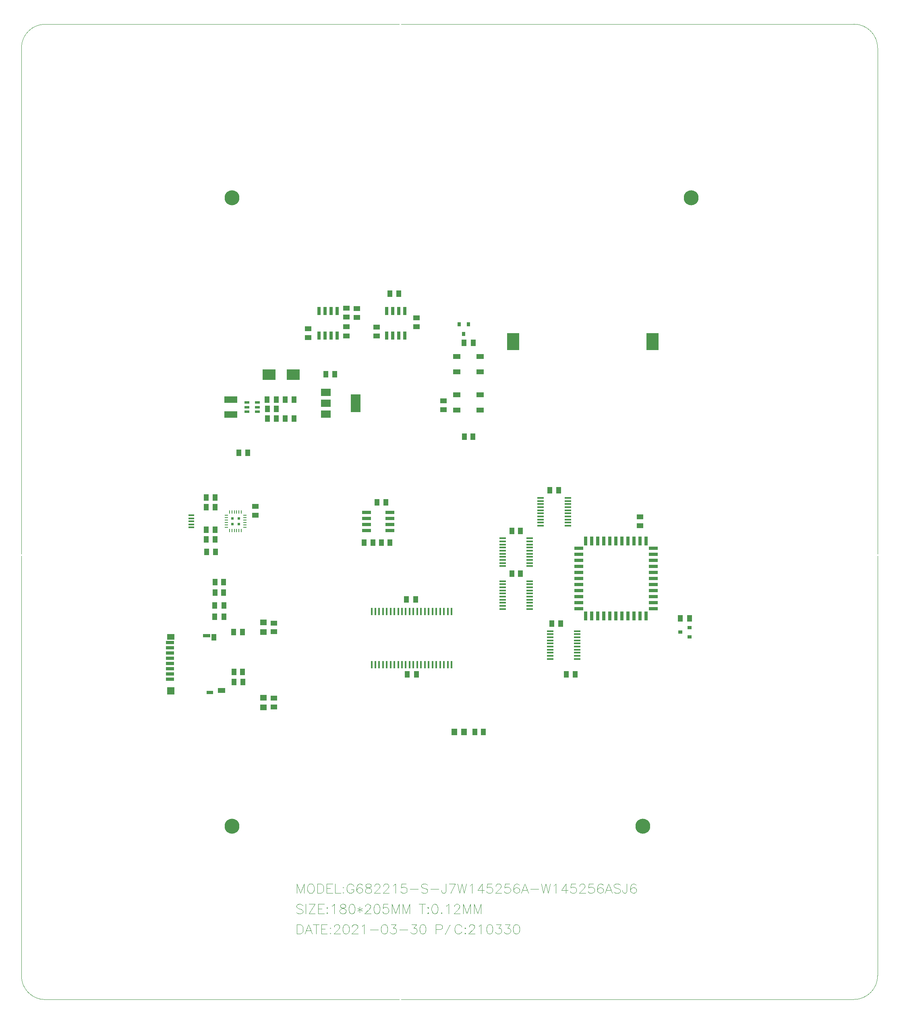
<source format=gbr>
G04 CAM350 V9.0.1 (Build 158) Date:  Tue Mar 30 10:51:43 2021 *
G04 Database: F:\Îâ¿Æ\JDB\´ýÈ·ÈÏ\ÓàÑîÀæ\G682215-S-J7W145256A-W145256ASJ6\G682215-S-J7W145256A-W145256ASJ6\G682215-S-J7W145256A-W145256ASJ6.cam *
G04 Layer 7: g682215-s-j7w14 *
%FSTAX23Y23*%
%MOIN*%
%SFA1.000B1.000*%

%MIA0B0*%
%IPPOS*%
%ADD227R,0.10236X0.14173*%
%ADD228R,0.05905X0.03937*%
%ADD230R,0.10630X0.08661*%
%ADD233R,0.03543X0.03150*%
%ADD235R,0.06102X0.03937*%
%ADD236R,0.05905X0.05905*%
%ADD238R,0.05512X0.03150*%
%ADD239R,0.03937X0.05709*%
%ADD240R,0.05905X0.03150*%
%ADD241R,0.05905X0.05118*%
%ADD242R,0.07874X0.14961*%
%ADD243R,0.07874X0.05905*%
%ADD244R,0.03150X0.03543*%
%ADD247C,0.12394*%
%ADD248R,0.05500X0.03900*%
%ADD249R,0.03900X0.05500*%
%ADD250R,0.02559X0.06900*%
%ADD252R,0.05800X0.03900*%
%ADD253R,0.03900X0.05800*%
%ADD254R,0.04000X0.05500*%
%ADD255R,0.05500X0.04000*%
%ADD256R,0.10600X0.05200*%
%ADD258R,0.04173X0.02008*%
%ADD260R,0.05118X0.01260*%
%ADD262R,0.02394X0.02394*%
%ADD265O,0.03300X0.00906*%
%ADD266O,0.00906X0.03300*%
%ADD271R,0.05800X0.01339*%
%ADD273R,0.07579X0.02559*%
%ADD274R,0.02559X0.07579*%
%ADD277R,0.01693X0.06000*%
%ADD279R,0.04500X0.05500*%
%ADD280R,0.05500X0.04500*%
%ADD281R,0.06890X0.02559*%
%ADD283R,0.04100X0.05500*%
%ADD285C,0.00000*%
%LNg682215-s-j7w14*%
%LPD*%
G54D227*
X04041Y03378D03*
X02888D03*
G54D228*
X02423Y02937D03*
Y02811D03*
X02616Y02937D03*
Y02811D03*
G54D230*
X01069Y03102D03*
X00868D03*
G54D233*
X04272Y00972D03*
X0435Y0101D03*
Y00935D03*
G54D235*
X00474Y00489D03*
G54D238*
X00379Y00473D03*
G54D239*
X00412Y00931D03*
G54D240*
X00353Y00944D03*
G54D241*
X00054Y00934D03*
G54D242*
X01585Y02866D03*
G54D243*
X01337D03*
Y02776D03*
Y02957D03*
G54D244*
X02518Y0352D03*
X02443D03*
X0248Y03441D03*
G54D228*
X02614Y03126D03*
Y03252D03*
X02421Y03126D03*
Y03252D03*
G54D236*
X00054Y00487D03*
G54D247*
X03962Y-00632D03*
X00562D03*
X04362Y04568D03*
X00562D03*
G54D249*
X02571Y00146D03*
X02642D03*
G54D248*
X0091Y00426D03*
G54D249*
X00651Y00559D03*
X00577D03*
X03329Y00622D03*
X03403D03*
X02087D03*
X0065Y00642D03*
X00578D03*
G54D248*
X0091Y00976D03*
G54D249*
X0065Y00973D03*
X04347Y01087D03*
X04273D03*
X03281Y01044D03*
X03207D03*
X00494Y01099D03*
Y01193D03*
X0042D03*
X00493Y013D03*
X0295Y01457D03*
X02877D03*
X00425Y01638D03*
X00352D03*
X01798Y01713D03*
X0187D03*
X0173D03*
X01656D03*
X00349Y01741D03*
G54D248*
X03937Y01853D03*
G54D249*
X0295Y01811D03*
X02877D03*
X00423Y01819D03*
X00349D03*
G54D248*
X03937Y01927D03*
X00756Y0194D03*
G54D249*
X01836Y02048D03*
X01763D03*
G54D248*
X00756Y02013D03*
G54D249*
X00423Y02087D03*
Y02008D03*
X00349Y02087D03*
Y02008D03*
X03265Y02146D03*
X03192D03*
X00691Y02457D03*
X00617D03*
X02556Y02591D03*
X01076Y02741D03*
X01003D03*
X00928D03*
X00855D03*
X00928Y02819D03*
X00855D03*
X01075Y02898D03*
X01001D03*
X00927D03*
X00853D03*
X01413Y03107D03*
X01339D03*
G54D248*
X01193Y0341D03*
X02087Y03499D03*
X0176Y03496D03*
Y03422D03*
X01508Y03499D03*
Y03425D03*
X01193Y03483D03*
X02087Y03573D03*
X01595Y03577D03*
X01508Y03579D03*
X01595Y03651D03*
X01508Y03653D03*
G54D249*
X01943Y03772D03*
X01869D03*
G54D250*
X01992Y03427D03*
X01842D03*
X01892D03*
X01942D03*
X01433D03*
X01383D03*
X01333D03*
X01283D03*
X01992Y03629D03*
X01942D03*
X01892D03*
X01842D03*
X01433D03*
X01283D03*
X01333D03*
X01383D03*
G54D253*
X02081Y01245D03*
X02006D03*
G54D252*
X02311Y02813D03*
Y02888D03*
G54D253*
X02483Y03367D03*
X02557D03*
G54D255*
X0091Y00354D03*
G54D254*
X02013Y00622D03*
X00576Y00973D03*
X0042Y01099D03*
X00421Y013D03*
Y01386D03*
X00423Y01741D03*
X02484Y02591D03*
G54D256*
X00551Y02773D03*
Y02896D03*
G54D258*
X00772Y02797D03*
X00685D03*
X00772Y02872D03*
Y02835D03*
X00685Y02872D03*
Y02835D03*
G54D260*
X00224Y01839D03*
Y01941D03*
Y01915D03*
Y0189D03*
Y01864D03*
G54D262*
X00566Y01914D03*
X00618Y01913D03*
X00566Y01866D03*
X00618D03*
G54D265*
X00667Y01841D03*
G54D266*
X0064Y01814D03*
X0062D03*
X006D03*
X00581D03*
X00561D03*
X00541D03*
G54D265*
X00515Y01841D03*
X00667Y01939D03*
Y01919D03*
Y019D03*
Y0188D03*
Y0186D03*
G54D266*
X00561Y01966D03*
X00581D03*
X006D03*
X0062D03*
X0064D03*
X00541D03*
G54D265*
X00515Y0186D03*
Y0188D03*
Y019D03*
Y01919D03*
Y01939D03*
G54D271*
X0342Y00777D03*
Y00751D03*
X03194D03*
Y00777D03*
X0342Y00879D03*
Y00853D03*
Y00828D03*
Y00802D03*
X03194D03*
Y00828D03*
Y00853D03*
Y00879D03*
X0342Y00981D03*
Y00956D03*
Y0093D03*
Y00905D03*
X03194D03*
Y0093D03*
Y00956D03*
Y00981D03*
X03026Y01241D03*
Y01216D03*
Y0119D03*
Y01164D03*
X02801D03*
Y0119D03*
Y01216D03*
Y01241D03*
X03026Y01344D03*
Y01318D03*
Y01292D03*
Y01267D03*
X02801D03*
Y01292D03*
Y01318D03*
Y01344D03*
X03026Y01395D03*
Y01369D03*
X02801D03*
Y01395D03*
X03026Y0157D03*
Y01544D03*
Y01519D03*
X02801D03*
Y01544D03*
Y0157D03*
X03026Y01698D03*
Y01672D03*
Y01647D03*
Y01621D03*
Y01596D03*
X02801D03*
Y01621D03*
Y01647D03*
Y01672D03*
Y01698D03*
X03026Y01749D03*
Y01724D03*
X02801D03*
Y01749D03*
X03341Y0193D03*
Y01905D03*
Y01879D03*
Y01853D03*
X03116D03*
Y01879D03*
Y01905D03*
Y0193D03*
X03341Y02033D03*
Y02007D03*
Y01981D03*
Y01956D03*
X03116D03*
Y01981D03*
Y02007D03*
Y02033D03*
X03341Y02084D03*
Y02058D03*
X03116D03*
Y02084D03*
G54D274*
X0399Y01108D03*
X0384D03*
X0389D03*
X0394D03*
X0369D03*
X0374D03*
X0379D03*
X0354D03*
X0359D03*
X0364D03*
X0349D03*
G54D273*
X0405Y01267D03*
Y01217D03*
Y01167D03*
X03431Y01267D03*
Y01217D03*
Y01167D03*
X0405Y01417D03*
Y01367D03*
Y01317D03*
X03431Y01417D03*
Y01367D03*
Y01317D03*
X0405Y01467D03*
Y01517D03*
Y01567D03*
X03431D03*
Y01517D03*
Y01467D03*
X0405Y01617D03*
Y01667D03*
G54D274*
X0399Y01727D03*
X0394D03*
X0389D03*
X0384D03*
X0379D03*
X0374D03*
X0369D03*
X0364D03*
X0359D03*
X0354D03*
X0349D03*
G54D273*
X03431Y01667D03*
Y01617D03*
X01869Y01865D03*
Y01815D03*
X01675Y01865D03*
Y01815D03*
X01869Y01965D03*
Y01915D03*
X01675D03*
Y01965D03*
G54D277*
X02378Y00705D03*
X02347D03*
X02284D03*
X02252D03*
X02221D03*
X02315D03*
X02189D03*
X02158D03*
X02126D03*
X02095D03*
X02063D03*
X02032D03*
X02D03*
X01969D03*
X01937D03*
X01906D03*
X01874D03*
X01843D03*
X01811D03*
X0178D03*
X01748D03*
X01717D03*
X02347Y01145D03*
X02378D03*
X02221D03*
X02252D03*
X02284D03*
X02315D03*
X02095D03*
X02126D03*
X02158D03*
X02189D03*
X01969D03*
X02D03*
X02032D03*
X02063D03*
X01843D03*
X01874D03*
X01906D03*
X01937D03*
X01717D03*
X01748D03*
X0178D03*
X01811D03*
G54D279*
X02482Y00146D03*
X02401D03*
G54D280*
X00823Y0035D03*
Y0043D03*
Y00972D03*
Y01053D03*
G54D255*
X0091Y01047D03*
G54D281*
X00049Y00584D03*
Y00714D03*
Y0067D03*
Y00627D03*
Y00887D03*
Y00843D03*
Y008D03*
Y00757D03*
G54D283*
X00493Y01386D03*
G54D285*
X-01181Y-01871D02*
G75*
G03X-00984Y-02067I00197D01*
X05708D02*
G03X05905Y-01871J00197D01*
Y05807D02*
G03X05708Y06003I-00197D01*
X-00984D02*
G03X-01181Y05807J-00197D01*
X05905Y-01871D02*
G01Y01602D01*
Y01621D02*
G01Y05807D01*
X05708Y06003D02*
G01X01963D01*
X01944D02*
G01X-00984D01*
X-01181Y05807D02*
G01Y01621D01*
Y01602D02*
G01Y-01871D01*
X-00984Y-02067D02*
G01X01944D01*
X01963D02*
G01X05708D01*
G01X01099Y-0111D02*
Y-01188D01*
Y-0111D02*
X01128Y-01188D01*
X01158Y-0111D02*
X01128Y-01188D01*
X01158Y-0111D02*
Y-01188D01*
X01206Y-0111D02*
X01198Y-01114D01*
X01191Y-01121D01*
X01187Y-01129D01*
X01184Y-0114D01*
Y-01158D01*
X01187Y-01169D01*
X01191Y-01177D01*
X01198Y-01184D01*
X01206Y-01188D01*
X01221D01*
X01228Y-01184D01*
X01235Y-01177D01*
X01239Y-01169D01*
X01243Y-01158D01*
Y-0114D01*
X01239Y-01129D01*
X01235Y-01121D01*
X01228Y-01114D01*
X01221Y-0111D01*
X01206D01*
X01269D02*
Y-01188D01*
Y-0111D02*
X01294D01*
X01305Y-01114D01*
X01313Y-01121D01*
X01317Y-01129D01*
X0132Y-0114D01*
Y-01158D01*
X01317Y-01169D01*
X01313Y-01177D01*
X01305Y-01184D01*
X01294Y-01188D01*
X01269D01*
X01346Y-0111D02*
Y-01188D01*
Y-0111D02*
X01394D01*
X01346Y-01147D02*
X01376D01*
X01346Y-01188D02*
X01394D01*
X01416Y-0111D02*
Y-01188D01*
Y-01188D02*
X01461D01*
X01483Y-01136D02*
X01479Y-0114D01*
X01483Y-01143D01*
X01486Y-0114D01*
X01483Y-01136D01*
Y-0118D02*
X01479Y-01184D01*
X01483Y-01188D01*
X01486Y-01184D01*
X01483Y-0118D01*
X01568Y-01129D02*
X01564Y-01121D01*
X01556Y-01114D01*
X01549Y-0111D01*
X01534D01*
X01527Y-01114D01*
X0152Y-01121D01*
X01516Y-01129D01*
X01512Y-0114D01*
Y-01158D01*
X01516Y-01169D01*
X0152Y-01177D01*
X01527Y-01184D01*
X01534Y-01188D01*
X01549D01*
X01556Y-01184D01*
X01564Y-01177D01*
X01568Y-01169D01*
Y-01158D01*
X01549D02*
X01568D01*
X01638Y-01121D02*
X01634Y-01114D01*
X01623Y-0111D01*
X01616D01*
X01604Y-01114D01*
X01597Y-01125D01*
X01593Y-01143D01*
Y-01162D01*
X01597Y-01177D01*
X01604Y-01184D01*
X01616Y-01188D01*
X01619D01*
X0163Y-01184D01*
X01638Y-01177D01*
X01641Y-01166D01*
Y-01162D01*
X01638Y-01151D01*
X0163Y-01143D01*
X01619Y-0114D01*
X01616D01*
X01604Y-01143D01*
X01597Y-01151D01*
X01593Y-01162D01*
X01682Y-0111D02*
X01671Y-01114D01*
X01667Y-01121D01*
Y-01129D01*
X01671Y-01136D01*
X01678Y-0114D01*
X01693Y-01143D01*
X01704Y-01147D01*
X01711Y-01154D01*
X01715Y-01162D01*
Y-01173D01*
X01711Y-0118D01*
X01708Y-01184D01*
X01697Y-01188D01*
X01682D01*
X01671Y-01184D01*
X01667Y-0118D01*
X01664Y-01173D01*
Y-01162D01*
X01667Y-01154D01*
X01675Y-01147D01*
X01686Y-01143D01*
X017Y-0114D01*
X01708Y-01136D01*
X01711Y-01129D01*
Y-01121D01*
X01708Y-01114D01*
X01697Y-0111D01*
X01682D01*
X01741Y-01129D02*
Y-01125D01*
X01745Y-01118D01*
X01748Y-01114D01*
X01756Y-0111D01*
X01771D01*
X01778Y-01114D01*
X01782Y-01118D01*
X01785Y-01125D01*
Y-01132D01*
X01782Y-0114D01*
X01774Y-01151D01*
X01737Y-01188D01*
X01789D01*
X01815Y-01129D02*
Y-01125D01*
X01819Y-01118D01*
X01822Y-01114D01*
X0183Y-0111D01*
X01844D01*
X01852Y-01114D01*
X01855Y-01118D01*
X01859Y-01125D01*
Y-01132D01*
X01855Y-0114D01*
X01848Y-01151D01*
X01811Y-01188D01*
X01863D01*
X01896Y-01125D02*
X01903Y-01121D01*
X01914Y-0111D01*
Y-01188D01*
X02003Y-0111D02*
X01966D01*
X01962Y-01143D01*
X01966Y-0114D01*
X01977Y-01136D01*
X01988D01*
X01999Y-0114D01*
X02007Y-01147D01*
X0201Y-01158D01*
Y-01166D01*
X02007Y-01177D01*
X01999Y-01184D01*
X01988Y-01188D01*
X01977D01*
X01966Y-01184D01*
X01962Y-0118D01*
X01959Y-01173D01*
X02036Y-01154D02*
X02103D01*
X0218Y-01121D02*
X02173Y-01114D01*
X02162Y-0111D01*
X02147D01*
X02136Y-01114D01*
X02129Y-01121D01*
Y-01129D01*
X02132Y-01136D01*
X02136Y-0114D01*
X02143Y-01143D01*
X02165Y-01151D01*
X02173Y-01154D01*
X02177Y-01158D01*
X0218Y-01166D01*
Y-01177D01*
X02173Y-01184D01*
X02162Y-01188D01*
X02147D01*
X02136Y-01184D01*
X02129Y-01177D01*
X02206Y-01154D02*
X02273D01*
X02332Y-0111D02*
Y-01169D01*
X02328Y-0118D01*
X02324Y-01184D01*
X02317Y-01188D01*
X02309D01*
X02302Y-01184D01*
X02298Y-0118D01*
X02295Y-01169D01*
Y-01162D01*
X02409Y-0111D02*
X02372Y-01188D01*
X02357Y-0111D02*
X02409D01*
X02428D02*
X02446Y-01188D01*
X02464Y-0111D02*
X02446Y-01188D01*
X02464Y-0111D02*
X02483Y-01188D01*
X02501Y-0111D02*
X02483Y-01188D01*
X02531Y-01125D02*
X02538Y-01121D01*
X02549Y-0111D01*
Y-01188D01*
X02631Y-0111D02*
X02594Y-01162D01*
X02649D01*
X02631Y-0111D02*
Y-01188D01*
X02712Y-0111D02*
X02675D01*
X02671Y-01143D01*
X02675Y-0114D01*
X02686Y-01136D01*
X02697D01*
X02708Y-0114D01*
X02715Y-01147D01*
X02719Y-01158D01*
Y-01166D01*
X02715Y-01177D01*
X02708Y-01184D01*
X02697Y-01188D01*
X02686D01*
X02675Y-01184D01*
X02671Y-0118D01*
X02667Y-01173D01*
X02745Y-01129D02*
Y-01125D01*
X02749Y-01118D01*
X02752Y-01114D01*
X0276Y-0111D01*
X02774D01*
X02782Y-01114D01*
X02786Y-01118D01*
X02789Y-01125D01*
Y-01132D01*
X02786Y-0114D01*
X02778Y-01151D01*
X02741Y-01188D01*
X02793D01*
X02859Y-0111D02*
X02822D01*
X02819Y-01143D01*
X02822Y-0114D01*
X02834Y-01136D01*
X02845D01*
X02856Y-0114D01*
X02863Y-01147D01*
X02867Y-01158D01*
Y-01166D01*
X02863Y-01177D01*
X02856Y-01184D01*
X02845Y-01188D01*
X02834D01*
X02822Y-01184D01*
X02819Y-0118D01*
X02815Y-01173D01*
X02937Y-01121D02*
X02933Y-01114D01*
X02922Y-0111D01*
X02915D01*
X02904Y-01114D01*
X02896Y-01125D01*
X02893Y-01143D01*
Y-01162D01*
X02896Y-01177D01*
X02904Y-01184D01*
X02915Y-01188D01*
X02918D01*
X0293Y-01184D01*
X02937Y-01177D01*
X02941Y-01166D01*
Y-01162D01*
X02937Y-01151D01*
X0293Y-01143D01*
X02918Y-0114D01*
X02915D01*
X02904Y-01143D01*
X02896Y-01151D01*
X02893Y-01162D01*
X02985Y-0111D02*
X02955Y-01188D01*
X02985Y-0111D02*
X03014Y-01188D01*
X02966Y-01162D02*
X03003D01*
X03033Y-01154D02*
X03099D01*
X03121Y-0111D02*
X0314Y-01188D01*
X03158Y-0111D02*
X0314Y-01188D01*
X03158Y-0111D02*
X03177Y-01188D01*
X03195Y-0111D02*
X03177Y-01188D01*
X03225Y-01125D02*
X03232Y-01121D01*
X03243Y-0111D01*
Y-01188D01*
X03324Y-0111D02*
X03288Y-01162D01*
X03343D01*
X03324Y-0111D02*
Y-01188D01*
X03406Y-0111D02*
X03369D01*
X03365Y-01143D01*
X03369Y-0114D01*
X0338Y-01136D01*
X03391D01*
X03402Y-0114D01*
X03409Y-01147D01*
X03413Y-01158D01*
Y-01166D01*
X03409Y-01177D01*
X03402Y-01184D01*
X03391Y-01188D01*
X0338D01*
X03369Y-01184D01*
X03365Y-0118D01*
X03361Y-01173D01*
X03439Y-01129D02*
Y-01125D01*
X03443Y-01118D01*
X03446Y-01114D01*
X03454Y-0111D01*
X03468D01*
X03476Y-01114D01*
X03479Y-01118D01*
X03483Y-01125D01*
Y-01132D01*
X03479Y-0114D01*
X03472Y-01151D01*
X03435Y-01188D01*
X03487D01*
X03553Y-0111D02*
X03516D01*
X03513Y-01143D01*
X03516Y-0114D01*
X03527Y-01136D01*
X03539D01*
X0355Y-0114D01*
X03557Y-01147D01*
X03561Y-01158D01*
Y-01166D01*
X03557Y-01177D01*
X0355Y-01184D01*
X03539Y-01188D01*
X03527D01*
X03516Y-01184D01*
X03513Y-0118D01*
X03509Y-01173D01*
X03631Y-01121D02*
X03627Y-01114D01*
X03616Y-0111D01*
X03609D01*
X03598Y-01114D01*
X0359Y-01125D01*
X03586Y-01143D01*
Y-01162D01*
X0359Y-01177D01*
X03598Y-01184D01*
X03609Y-01188D01*
X03612D01*
X03623Y-01184D01*
X03631Y-01177D01*
X03634Y-01166D01*
Y-01162D01*
X03631Y-01151D01*
X03623Y-01143D01*
X03612Y-0114D01*
X03609D01*
X03598Y-01143D01*
X0359Y-01151D01*
X03586Y-01162D01*
X03679Y-0111D02*
X03649Y-01188D01*
X03679Y-0111D02*
X03708Y-01188D01*
X0366Y-01162D02*
X03697D01*
X03775Y-01121D02*
X03767Y-01114D01*
X03756Y-0111D01*
X03742D01*
X0373Y-01114D01*
X03723Y-01121D01*
Y-01129D01*
X03727Y-01136D01*
X0373Y-0114D01*
X03738Y-01143D01*
X0376Y-01151D01*
X03767Y-01154D01*
X03771Y-01158D01*
X03775Y-01166D01*
Y-01177D01*
X03767Y-01184D01*
X03756Y-01188D01*
X03742D01*
X0373Y-01184D01*
X03723Y-01177D01*
X0383Y-0111D02*
Y-01169D01*
X03826Y-0118D01*
X03823Y-01184D01*
X03815Y-01188D01*
X03808D01*
X03801Y-01184D01*
X03797Y-0118D01*
X03793Y-01169D01*
Y-01162D01*
X03904Y-01121D02*
X039Y-01114D01*
X03889Y-0111D01*
X03882D01*
X03871Y-01114D01*
X03863Y-01125D01*
X0386Y-01143D01*
Y-01162D01*
X03863Y-01177D01*
X03871Y-01184D01*
X03882Y-01188D01*
X03885D01*
X03897Y-01184D01*
X03904Y-01177D01*
X03908Y-01166D01*
Y-01162D01*
X03904Y-01151D01*
X03897Y-01143D01*
X03885Y-0114D01*
X03882D01*
X03871Y-01143D01*
X03863Y-01151D01*
X0386Y-01162D01*
X01147Y-01289D02*
X01139Y-01282D01*
X01128Y-01278D01*
X01114D01*
X01102Y-01282D01*
X01095Y-01289D01*
Y-01297D01*
X01099Y-01304D01*
X01102Y-01308D01*
X0111Y-01312D01*
X01132Y-01319D01*
X01139Y-01323D01*
X01143Y-01326D01*
X01147Y-01334D01*
Y-01345D01*
X01139Y-01352D01*
X01128Y-01356D01*
X01114D01*
X01102Y-01352D01*
X01095Y-01345D01*
X01173Y-01278D02*
Y-01356D01*
X0125Y-01278D02*
X01198Y-01356D01*
Y-01278D02*
X0125D01*
X01198Y-01356D02*
X0125D01*
X01276Y-01278D02*
Y-01356D01*
Y-01278D02*
X01324D01*
X01276Y-01315D02*
X01305D01*
X01276Y-01356D02*
X01324D01*
X0135Y-01304D02*
X01346Y-01308D01*
X0135Y-01312D01*
X01353Y-01308D01*
X0135Y-01304D01*
Y-01348D02*
X01346Y-01352D01*
X0135Y-01356D01*
X01353Y-01352D01*
X0135Y-01348D01*
X0139Y-01293D02*
X01398Y-01289D01*
X01409Y-01278D01*
Y-01356D01*
X01472Y-01278D02*
X01461Y-01282D01*
X01457Y-01289D01*
Y-01297D01*
X01461Y-01304D01*
X01468Y-01308D01*
X01483Y-01312D01*
X01494Y-01315D01*
X01501Y-01323D01*
X01505Y-0133D01*
Y-01341D01*
X01501Y-01348D01*
X01497Y-01352D01*
X01486Y-01356D01*
X01472D01*
X01461Y-01352D01*
X01457Y-01348D01*
X01453Y-01341D01*
Y-0133D01*
X01457Y-01323D01*
X01464Y-01315D01*
X01475Y-01312D01*
X0149Y-01308D01*
X01497Y-01304D01*
X01501Y-01297D01*
Y-01289D01*
X01497Y-01282D01*
X01486Y-01278D01*
X01472D01*
X01549D02*
X01538Y-01282D01*
X01531Y-01293D01*
X01527Y-01312D01*
Y-01323D01*
X01531Y-01341D01*
X01538Y-01352D01*
X01549Y-01356D01*
X01556D01*
X01568Y-01352D01*
X01575Y-01341D01*
X01579Y-01323D01*
Y-01312D01*
X01575Y-01293D01*
X01568Y-01282D01*
X01556Y-01278D01*
X01549D01*
X01619Y-013D02*
Y-01345D01*
X01601Y-01312D02*
X01638Y-01334D01*
Y-01312D02*
X01601Y-01334D01*
X01664Y-01297D02*
Y-01293D01*
X01667Y-01286D01*
X01671Y-01282D01*
X01678Y-01278D01*
X01693D01*
X017Y-01282D01*
X01704Y-01286D01*
X01708Y-01293D01*
Y-013D01*
X01704Y-01308D01*
X01697Y-01319D01*
X0166Y-01356D01*
X01711D01*
X01756Y-01278D02*
X01745Y-01282D01*
X01737Y-01293D01*
X01734Y-01312D01*
Y-01323D01*
X01737Y-01341D01*
X01745Y-01352D01*
X01756Y-01356D01*
X01763D01*
X01774Y-01352D01*
X01782Y-01341D01*
X01785Y-01323D01*
Y-01312D01*
X01782Y-01293D01*
X01774Y-01282D01*
X01763Y-01278D01*
X01756D01*
X01852D02*
X01815D01*
X01811Y-01312D01*
X01815Y-01308D01*
X01826Y-01304D01*
X01837D01*
X01848Y-01308D01*
X01855Y-01315D01*
X01859Y-01326D01*
Y-01334D01*
X01855Y-01345D01*
X01848Y-01352D01*
X01837Y-01356D01*
X01826D01*
X01815Y-01352D01*
X01811Y-01348D01*
X01807Y-01341D01*
X01885Y-01278D02*
Y-01356D01*
Y-01278D02*
X01914Y-01356D01*
X01944Y-01278D02*
X01914Y-01356D01*
X01944Y-01278D02*
Y-01356D01*
X01974Y-01278D02*
Y-01356D01*
Y-01278D02*
X02003Y-01356D01*
X02033Y-01278D02*
X02003Y-01356D01*
X02033Y-01278D02*
Y-01356D01*
X02136Y-01278D02*
Y-01356D01*
X0211Y-01278D02*
X02162D01*
X02184Y-01304D02*
X0218Y-01308D01*
X02184Y-01312D01*
X02188Y-01308D01*
X02184Y-01304D01*
Y-01348D02*
X0218Y-01352D01*
X02184Y-01356D01*
X02188Y-01352D01*
X02184Y-01348D01*
X02236Y-01278D02*
X02225Y-01282D01*
X02217Y-01293D01*
X02213Y-01312D01*
Y-01323D01*
X02217Y-01341D01*
X02225Y-01352D01*
X02236Y-01356D01*
X02243D01*
X02254Y-01352D01*
X02261Y-01341D01*
X02265Y-01323D01*
Y-01312D01*
X02261Y-01293D01*
X02254Y-01282D01*
X02243Y-01278D01*
X02236D01*
X02295Y-01348D02*
X02291Y-01352D01*
X02295Y-01356D01*
X02298Y-01352D01*
X02295Y-01348D01*
X02335Y-01293D02*
X02343Y-01289D01*
X02354Y-01278D01*
Y-01356D01*
X02402Y-01297D02*
Y-01293D01*
X02405Y-01286D01*
X02409Y-01282D01*
X02416Y-01278D01*
X02431D01*
X02439Y-01282D01*
X02442Y-01286D01*
X02446Y-01293D01*
Y-013D01*
X02442Y-01308D01*
X02435Y-01319D01*
X02398Y-01356D01*
X0245D01*
X02476Y-01278D02*
Y-01356D01*
Y-01278D02*
X02505Y-01356D01*
X02535Y-01278D02*
X02505Y-01356D01*
X02535Y-01278D02*
Y-01356D01*
X02564Y-01278D02*
Y-01356D01*
Y-01278D02*
X02594Y-01356D01*
X02623Y-01278D02*
X02594Y-01356D01*
X02623Y-01278D02*
Y-01356D01*
X01099Y-01446D02*
Y-01524D01*
Y-01446D02*
X01125D01*
X01136Y-0145D01*
X01143Y-01457D01*
X01147Y-01465D01*
X0115Y-01476D01*
Y-01494D01*
X01147Y-01505D01*
X01143Y-01513D01*
X01136Y-0152D01*
X01125Y-01524D01*
X01099D01*
X01195Y-01446D02*
X01165Y-01524D01*
X01195Y-01446D02*
X01224Y-01524D01*
X01176Y-01498D02*
X01213D01*
X01258Y-01446D02*
Y-01524D01*
X01232Y-01446D02*
X01283D01*
X01302D02*
Y-01524D01*
Y-01446D02*
X0135D01*
X01302Y-01483D02*
X01331D01*
X01302Y-01524D02*
X0135D01*
X01376Y-01472D02*
X01372Y-01476D01*
X01376Y-0148D01*
X01379Y-01476D01*
X01376Y-01472D01*
Y-01517D02*
X01372Y-0152D01*
X01376Y-01524D01*
X01379Y-0152D01*
X01376Y-01517D01*
X01409Y-01465D02*
Y-01461D01*
X01413Y-01454D01*
X01416Y-0145D01*
X01424Y-01446D01*
X01438D01*
X01446Y-0145D01*
X01449Y-01454D01*
X01453Y-01461D01*
Y-01469D01*
X01449Y-01476D01*
X01442Y-01487D01*
X01405Y-01524D01*
X01457D01*
X01501Y-01446D02*
X0149Y-0145D01*
X01483Y-01461D01*
X01479Y-0148D01*
Y-01491D01*
X01483Y-01509D01*
X0149Y-0152D01*
X01501Y-01524D01*
X01508D01*
X0152Y-0152D01*
X01527Y-01509D01*
X01531Y-01491D01*
Y-0148D01*
X01527Y-01461D01*
X0152Y-0145D01*
X01508Y-01446D01*
X01501D01*
X01556Y-01465D02*
Y-01461D01*
X0156Y-01454D01*
X01564Y-0145D01*
X01571Y-01446D01*
X01586D01*
X01593Y-0145D01*
X01597Y-01454D01*
X01601Y-01461D01*
Y-01469D01*
X01597Y-01476D01*
X0159Y-01487D01*
X01553Y-01524D01*
X01604D01*
X01638Y-01461D02*
X01645Y-01457D01*
X01656Y-01446D01*
Y-01524D01*
X01704Y-01491D02*
X01771D01*
X01819Y-01446D02*
X01807Y-0145D01*
X018Y-01461D01*
X01796Y-0148D01*
Y-01491D01*
X018Y-01509D01*
X01807Y-0152D01*
X01819Y-01524D01*
X01826D01*
X01837Y-0152D01*
X01844Y-01509D01*
X01848Y-01491D01*
Y-0148D01*
X01844Y-01461D01*
X01837Y-0145D01*
X01826Y-01446D01*
X01819D01*
X01878D02*
X01918D01*
X01896Y-01476D01*
X01907D01*
X01914Y-0148D01*
X01918Y-01483D01*
X01922Y-01494D01*
Y-01502D01*
X01918Y-01513D01*
X01911Y-0152D01*
X019Y-01524D01*
X01889D01*
X01878Y-0152D01*
X01874Y-01517D01*
X0187Y-01509D01*
X01948Y-01491D02*
X02014D01*
X02047Y-01446D02*
X02088D01*
X02066Y-01476D01*
X02077D01*
X02084Y-0148D01*
X02088Y-01483D01*
X02092Y-01494D01*
Y-01502D01*
X02088Y-01513D01*
X02081Y-0152D01*
X0207Y-01524D01*
X02058D01*
X02047Y-0152D01*
X02044Y-01517D01*
X0204Y-01509D01*
X02136Y-01446D02*
X02125Y-0145D01*
X02118Y-01461D01*
X02114Y-0148D01*
Y-01491D01*
X02118Y-01509D01*
X02125Y-0152D01*
X02136Y-01524D01*
X02143D01*
X02154Y-0152D01*
X02162Y-01509D01*
X02165Y-01491D01*
Y-0148D01*
X02162Y-01461D01*
X02154Y-0145D01*
X02143Y-01446D01*
X02136D01*
X0225D02*
Y-01524D01*
Y-01446D02*
X02284D01*
X02295Y-0145D01*
X02298Y-01454D01*
X02302Y-01461D01*
Y-01472D01*
X02298Y-0148D01*
X02295Y-01483D01*
X02284Y-01487D01*
X0225D01*
X02365Y-0145D02*
X02324Y-01528D01*
X02461Y-01465D02*
X02457Y-01457D01*
X0245Y-0145D01*
X02442Y-01446D01*
X02428D01*
X0242Y-0145D01*
X02413Y-01457D01*
X02409Y-01465D01*
X02405Y-01476D01*
Y-01494D01*
X02409Y-01505D01*
X02413Y-01513D01*
X0242Y-0152D01*
X02428Y-01524D01*
X02442D01*
X0245Y-0152D01*
X02457Y-01513D01*
X02461Y-01505D01*
X0249Y-01472D02*
X02487Y-01476D01*
X0249Y-0148D01*
X02494Y-01476D01*
X0249Y-01472D01*
Y-01517D02*
X02487Y-0152D01*
X0249Y-01524D01*
X02494Y-0152D01*
X0249Y-01517D01*
X02524Y-01465D02*
Y-01461D01*
X02527Y-01454D01*
X02531Y-0145D01*
X02538Y-01446D01*
X02553D01*
X0256Y-0145D01*
X02564Y-01454D01*
X02568Y-01461D01*
Y-01469D01*
X02564Y-01476D01*
X02557Y-01487D01*
X0252Y-01524D01*
X02571D01*
X02605Y-01461D02*
X02612Y-01457D01*
X02623Y-01446D01*
Y-01524D01*
X0269Y-01446D02*
X02679Y-0145D01*
X02671Y-01461D01*
X02667Y-0148D01*
Y-01491D01*
X02671Y-01509D01*
X02679Y-0152D01*
X0269Y-01524D01*
X02697D01*
X02708Y-0152D01*
X02715Y-01509D01*
X02719Y-01491D01*
Y-0148D01*
X02715Y-01461D01*
X02708Y-0145D01*
X02697Y-01446D01*
X0269D01*
X02749D02*
X02789D01*
X02767Y-01476D01*
X02778D01*
X02786Y-0148D01*
X02789Y-01483D01*
X02793Y-01494D01*
Y-01502D01*
X02789Y-01513D01*
X02782Y-0152D01*
X02771Y-01524D01*
X0276D01*
X02749Y-0152D01*
X02745Y-01517D01*
X02741Y-01509D01*
X02822Y-01446D02*
X02863D01*
X02841Y-01476D01*
X02852D01*
X02859Y-0148D01*
X02863Y-01483D01*
X02867Y-01494D01*
Y-01502D01*
X02863Y-01513D01*
X02856Y-0152D01*
X02845Y-01524D01*
X02834D01*
X02822Y-0152D01*
X02819Y-01517D01*
X02815Y-01509D01*
X02911Y-01446D02*
X029Y-0145D01*
X02893Y-01461D01*
X02889Y-0148D01*
Y-01491D01*
X02893Y-01509D01*
X029Y-0152D01*
X02911Y-01524D01*
X02918D01*
X0293Y-0152D01*
X02937Y-01509D01*
X02941Y-01491D01*
Y-0148D01*
X02937Y-01461D01*
X0293Y-0145D01*
X02918Y-01446D01*
X02911D01*
M02*

</source>
